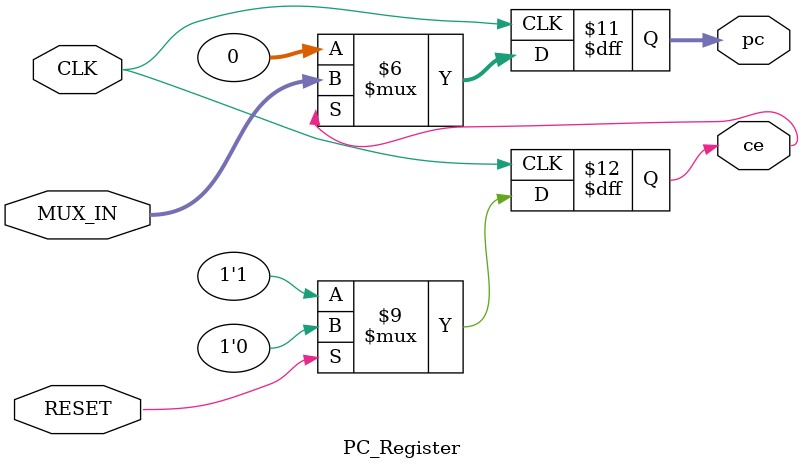
<source format=v>
`timescale 1ns / 1ps

module PC_Register(
    input wire CLK,             // Clock input
    input wire RESET,           // Reset input
    input [31:0] MUX_IN,        // MUX input for branch target address
    output reg [31:0] pc,       // Program counter output
    output reg ce               // Clock Enable signal for ROM
);

    always @(posedge CLK) begin
        if (RESET == 1'b1) begin// If Reset is HIGH
            ce <= 1'b0;         // Disable Clock Enable signal
        end else begin          // else
            ce <= 1'b1;         // Enable Clock Enable signal
        end
    end        
        
    always @(posedge CLK) begin
        if (ce == 1'b0) begin // If Clock Enable is 0
            pc <= 32'h00;     // Fill PC reg with 0s
        end else begin        // Else
            pc <= MUX_IN;     // Update PC to branch target
        end
    end
endmodule


</source>
